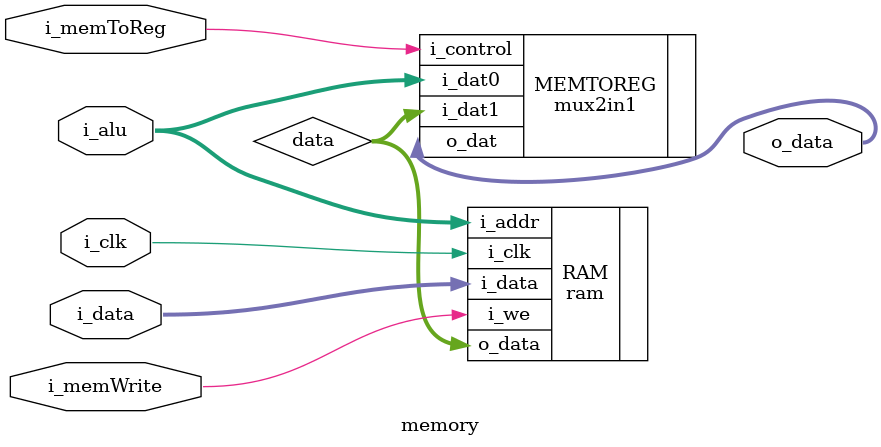
<source format=v>
module memory (i_clk, i_alu, i_data, i_memWrite, i_memToReg, o_data);
  
  input         i_clk;
  
  input  [31:0] i_alu;
  input  [31:0] i_data;
  
  input         i_memWrite, i_memToReg;
  
  output [31:0] o_data;
  
  wire   [31:0] data;
  
  ram RAM (.i_clk(i_clk), 
  		   .i_addr(i_alu), 
  		   .i_data(i_data), 
  		   .i_we(i_memWrite), 
  		   .o_data(data)
  		   );

  mux2in1 MEMTOREG( .i_dat0(i_alu), 
  					.i_dat1(data), 
  					.i_control(i_memToReg), 
  					.o_dat(o_data)
  				 	);
  
endmodule

</source>
